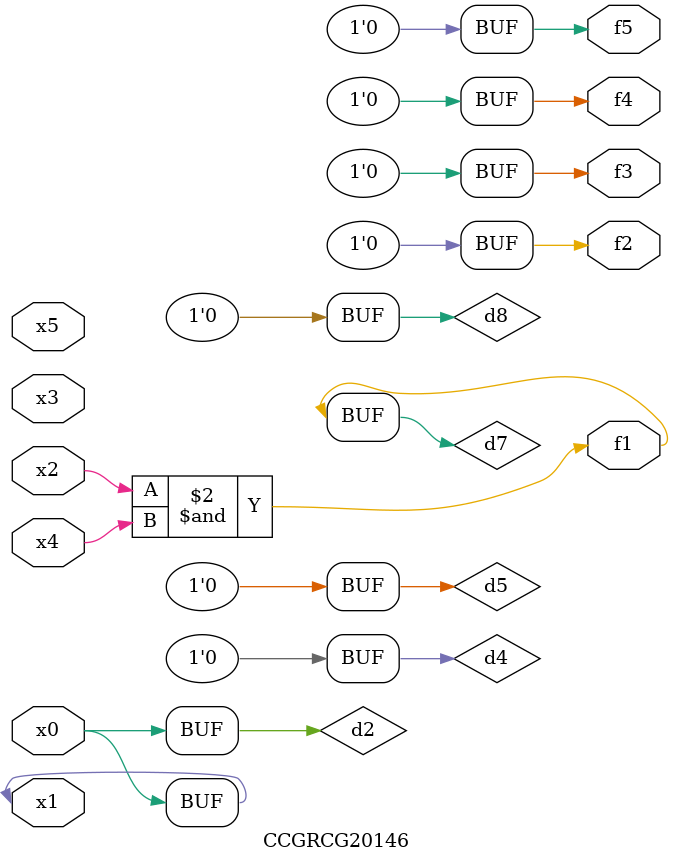
<source format=v>
module CCGRCG20146(
	input x0, x1, x2, x3, x4, x5,
	output f1, f2, f3, f4, f5
);

	wire d1, d2, d3, d4, d5, d6, d7, d8, d9;

	nand (d1, x1);
	buf (d2, x0, x1);
	nand (d3, x2, x4);
	and (d4, d1, d2);
	and (d5, d1, d2);
	nand (d6, d1, d3);
	not (d7, d3);
	xor (d8, d5);
	nor (d9, d5, d6);
	assign f1 = d7;
	assign f2 = d8;
	assign f3 = d8;
	assign f4 = d8;
	assign f5 = d8;
endmodule

</source>
